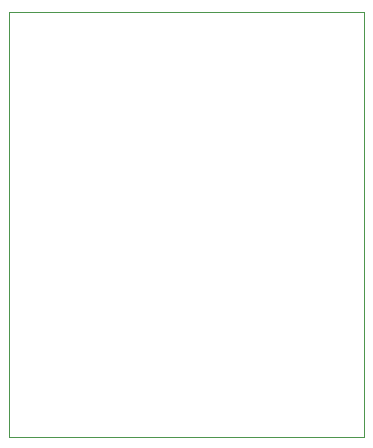
<source format=gbr>
%TF.GenerationSoftware,KiCad,Pcbnew,5.1.8-db9833491~88~ubuntu20.04.1*%
%TF.CreationDate,2020-12-01T07:47:05-05:00*%
%TF.ProjectId,powerbreakout,706f7765-7262-4726-9561-6b6f75742e6b,rev?*%
%TF.SameCoordinates,Original*%
%TF.FileFunction,Profile,NP*%
%FSLAX46Y46*%
G04 Gerber Fmt 4.6, Leading zero omitted, Abs format (unit mm)*
G04 Created by KiCad (PCBNEW 5.1.8-db9833491~88~ubuntu20.04.1) date 2020-12-01 07:47:05*
%MOMM*%
%LPD*%
G01*
G04 APERTURE LIST*
%TA.AperFunction,Profile*%
%ADD10C,0.100000*%
%TD*%
G04 APERTURE END LIST*
D10*
X25000000Y18000000D02*
X25000000Y-18000000D01*
X-5000000Y18000000D02*
X25000000Y18000000D01*
X-5000000Y-18000000D02*
X-5000000Y18000000D01*
X25000000Y-18000000D02*
X-5000000Y-18000000D01*
M02*

</source>
